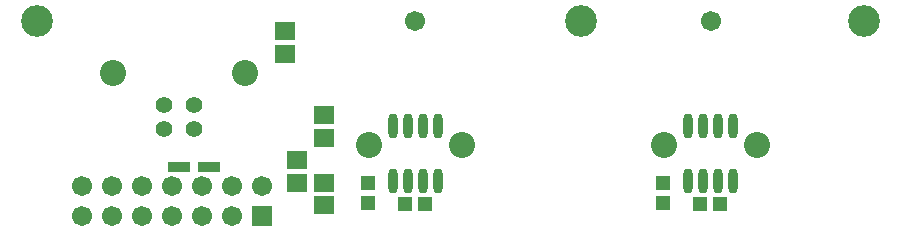
<source format=gbs>
G04 Layer_Color=16711935*
%FSLAX23Y23*%
%MOIN*%
G70*
G01*
G75*
%ADD32C,0.067*%
%ADD33C,0.067*%
%ADD34R,0.067X0.067*%
%ADD35C,0.106*%
%ADD36C,0.087*%
%ADD37C,0.055*%
%ADD38R,0.028X0.036*%
%ADD39R,0.067X0.059*%
%ADD40O,0.032X0.083*%
%ADD41R,0.047X0.051*%
%ADD42R,0.051X0.047*%
%ADD43R,0.020X0.014*%
D32*
X-224Y-235D02*
D03*
Y-335D02*
D03*
X-324D02*
D03*
Y-235D02*
D03*
D33*
X-124Y-335D02*
D03*
Y-235D02*
D03*
X-24D02*
D03*
Y-335D02*
D03*
X76Y-235D02*
D03*
Y-335D02*
D03*
X176Y-235D02*
D03*
Y-335D02*
D03*
X276Y-235D02*
D03*
X1772Y315D02*
D03*
X787D02*
D03*
D34*
X276Y-335D02*
D03*
D35*
X1339Y315D02*
D03*
X-472D02*
D03*
X2283D02*
D03*
D36*
X1927Y-98D02*
D03*
X1616D02*
D03*
X632D02*
D03*
X943D02*
D03*
X219Y144D02*
D03*
X-219D02*
D03*
D37*
X-49Y37D02*
D03*
Y-42D02*
D03*
X49Y37D02*
D03*
Y-42D02*
D03*
D38*
X77Y-170D02*
D03*
X101D02*
D03*
X125D02*
D03*
X-24D02*
D03*
X0D02*
D03*
X24D02*
D03*
D39*
X395Y-148D02*
D03*
Y-222D02*
D03*
X485Y2D02*
D03*
Y-72D02*
D03*
X355Y282D02*
D03*
Y208D02*
D03*
X485Y-297D02*
D03*
Y-223D02*
D03*
D40*
X862Y-218D02*
D03*
X812D02*
D03*
X762D02*
D03*
X712D02*
D03*
X862Y-33D02*
D03*
X812D02*
D03*
X762D02*
D03*
X712D02*
D03*
X1697D02*
D03*
X1747D02*
D03*
X1797D02*
D03*
X1847D02*
D03*
X1697Y-218D02*
D03*
X1747D02*
D03*
X1797D02*
D03*
X1847D02*
D03*
D41*
X1614Y-289D02*
D03*
Y-222D02*
D03*
X630Y-289D02*
D03*
Y-222D02*
D03*
D42*
X754Y-295D02*
D03*
X821D02*
D03*
X1738D02*
D03*
X1805D02*
D03*
D43*
X89Y-170D02*
D03*
X-12D02*
D03*
M02*

</source>
